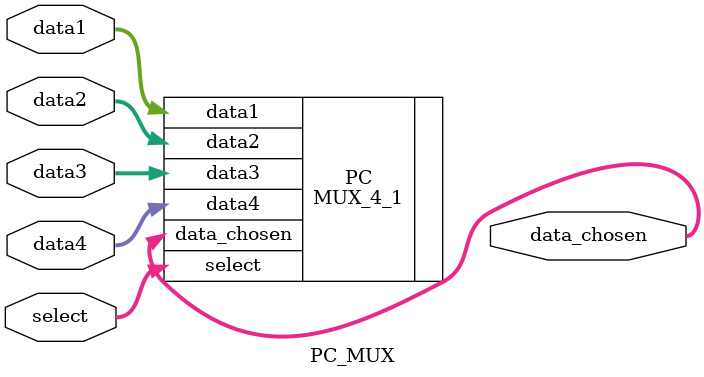
<source format=v>
`timescale 1ns / 1ps


module PC_MUX(
    input [31:0] data1,
    input [31:0] data2,
    input [31:0] data3,
    input [31:0] data4,
    input [1:0] select,
    output wire [31:0] data_chosen
    );
MUX_4_1 PC(
    .data1(data1),
    .data2(data2),
    .data3(data3),
    .data4(data4),
    .select(select),
    .data_chosen(data_chosen)
);

endmodule

</source>
